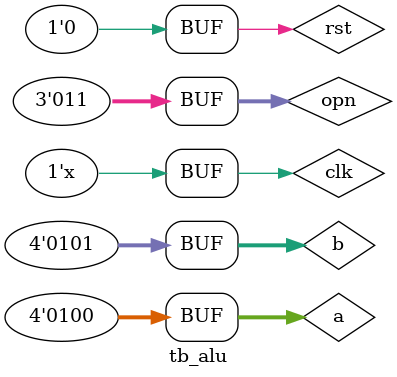
<source format=v>
module tb_alu;

reg clk, rst;
reg [3:0] a, b;
reg [2:0] opn;

wire [3:0] alu_out0, alu_out1, status;

// every 5ns clock will be inverted
// so 1 complete cycle will take - 10ns
// which is equal to 100 MHz clock
always #5 clk = ~clk;

initial
	begin
		clk = 0;
		rst = 1;
		a = 0;
		b = 0;
		opn = 0;
		
		// 20ns delay
		#20
		rst = 0;
		
		// 10 ns delay
		#10
		a = 3;
		b = 7;
		opn = 0;
		
		// 20 ns delay
		#20
		a = 4;
		b = 5;
		opn = 3;
	end
alu UUT
(
	.clk(clk),
	.rst(rst),
	.a(a),
	.b(b),
	.opn(opn),
	
	.alu_out0(alu_out0),
	.alu_out1(alu_out1),
	.status(status)
);
endmodule

</source>
